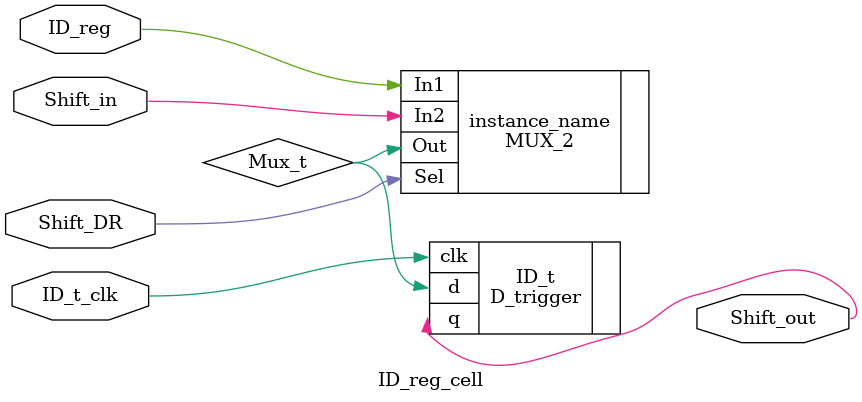
<source format=v>
`timescale 1ns / 1ps
module ID_reg_cell(
    input Shift_DR,
    input Shift_in,
    output Shift_out,
    input ID_t_clk,
	 input ID_reg
    );
	 
	 wire Mux_t;
	 
	 //Ìóëüòèïëåêñîð ðåæèìà Shift/Load
	 MUX_2 instance_name (
    .In1(ID_reg), 
    .In2(Shift_in), 
    .Out(Mux_t), 
    .Sel(Shift_DR)
    );
	 
	 //Ñäâèãîâûé òðèããåð ðåãèñòðà ID_t
	 D_trigger ID_t (
    .clk(ID_t_clk), 
    .d(Mux_t), 
    .q(Shift_out)
    );
	


endmodule

</source>
